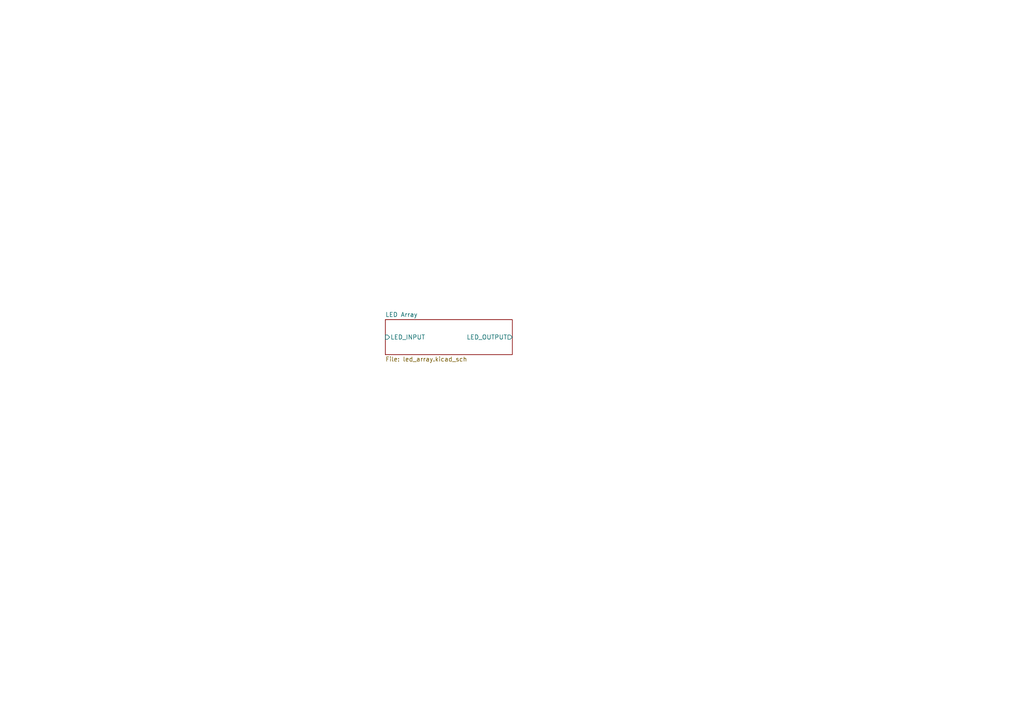
<source format=kicad_sch>
(kicad_sch
	(version 20250114)
	(generator "eeschema")
	(generator_version "9.0")
	(uuid "0a9319b3-74da-4853-a20a-54b4c7d9d8d9")
	(paper "A4")
	(lib_symbols)
	(sheet
		(at 111.76 92.71)
		(size 36.83 10.16)
		(exclude_from_sim no)
		(in_bom yes)
		(on_board yes)
		(dnp no)
		(fields_autoplaced yes)
		(stroke
			(width 0.1524)
			(type solid)
		)
		(fill
			(color 0 0 0 0.0000)
		)
		(uuid "773452a2-93a6-4dc3-91d9-b8b4db71d0ba")
		(property "Sheetname" "LED Array"
			(at 111.76 91.9984 0)
			(effects
				(font
					(size 1.27 1.27)
				)
				(justify left bottom)
			)
		)
		(property "Sheetfile" "led_array.kicad_sch"
			(at 111.76 103.4546 0)
			(effects
				(font
					(size 1.27 1.27)
				)
				(justify left top)
			)
		)
		(pin "LED_INPUT" input
			(at 111.76 97.79 180)
			(uuid "7056b07c-e070-422f-b5c2-c3636037cafd")
			(effects
				(font
					(size 1.27 1.27)
				)
				(justify left)
			)
		)
		(pin "LED_OUTPUT" output
			(at 148.59 97.79 0)
			(uuid "f3d14b9b-4f5c-4272-ba6f-afe60cc80f11")
			(effects
				(font
					(size 1.27 1.27)
				)
				(justify right)
			)
		)
		(instances
			(project "lightwall-module"
				(path "/0a9319b3-74da-4853-a20a-54b4c7d9d8d9"
					(page "2")
				)
			)
		)
	)
	(sheet_instances
		(path "/"
			(page "1")
		)
	)
	(embedded_fonts no)
)

</source>
